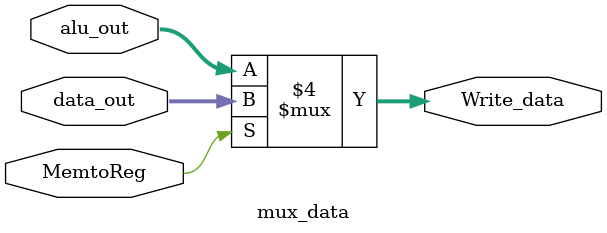
<source format=v>
module mux_data(data_out, alu_out, MemtoReg, Write_data);
input [31:0] data_out, alu_out;
input MemtoReg;
output reg [31:0] Write_data;

always @(*)
begin
	if (MemtoReg == 1) begin
		Write_data = data_out;
	end else begin
		Write_data = alu_out;
	end
end
endmodule

</source>
